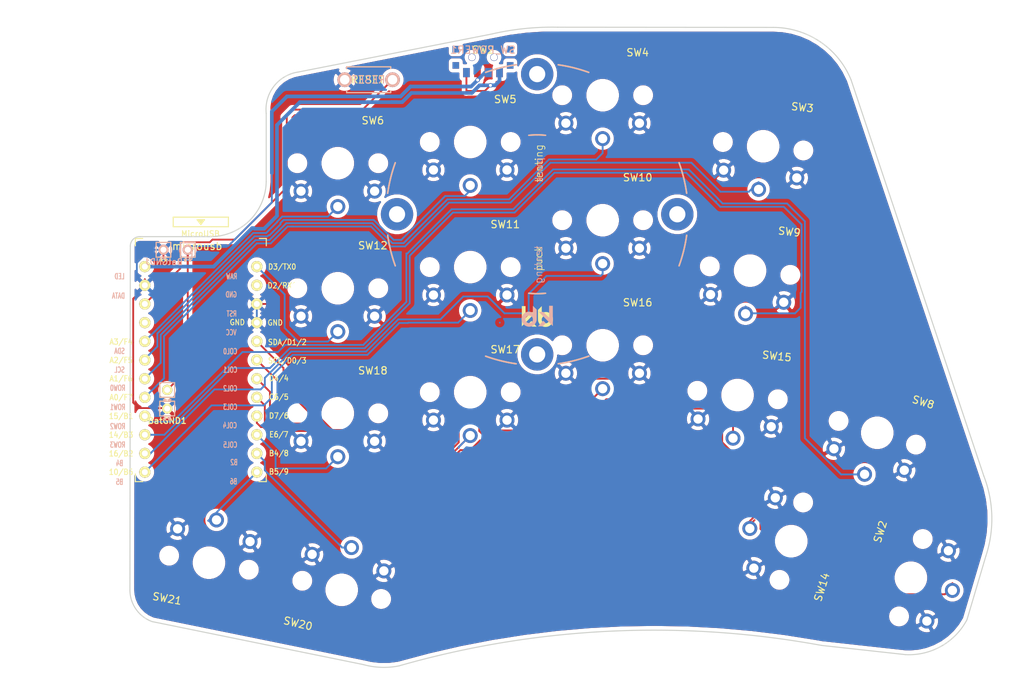
<source format=kicad_pcb>
(kicad_pcb (version 20171130) (host pcbnew 5.1.10)
  (title_block (title hypergolic) (date 2020-12-26) (rev 0.1) (company broomlabs))
  (layers (0 F.Cu signal) (31 B.Cu signal) (34 B.Paste user) (35 F.Paste user) (36 B.SilkS user hide) (37 F.SilkS user) (38 B.Mask user) (39 F.Mask user) (44 Edge.Cuts user))
  (net 0 "")
  (net 1 reset)
  (net 2 BT+)
  (net 3 gnd)
  (net 4 vcc)
  (net 5 Switch18)
  (net 6 Switch1)
  (net 7 Switch2)
  (net 8 Switch3)
  (net 9 Switch4)
  (net 10 Switch5)
  (net 11 Switch6)
  (net 12 Switch7)
  (net 13 Switch8)
  (net 14 Switch9)
  (net 15 Switch10)
  (net 16 Switch11)
  (net 17 Switch12)
  (net 18 Switch13)
  (net 19 Switch14)
  (net 20 Switch15)
  (net 21 Switch16)
  (net 22 Switch17)
  (net 23 "Net-(SW_POWER1-Pad1)")
  (net 24 raw)
  (module kbd:1pin_conn (layer F.Cu) (at 36.068 74.422)
    (fp_text reference BatGND1 (at 0 1.651) (layer F.SilkS) (effects (font (size 0.8128 0.8128))))
    (fp_text value MountingHole_Pad hide)
    (fp_text user ** (at 0 1.651) (layer B.SilkS) (effects (font (size 0.8128 0.8128)) (justify mirror)))
    (pad 1 thru_hole circle (at 0 0) (size 1.397 1.397) (drill 0.8128) (layers *.Cu *.Mask F.SilkS) (net 3 gnd))
  )
  (module kbd:1pin_conn (layer B.Cu) (at 35.56 52.832 180)
    (fp_text reference BatGND1 (at 0 -1.651) (layer B.SilkS) (effects (font (size 0.8128 0.8128)) (justify mirror)))
    (fp_text value MountingHole_Pad hide)
    (fp_text user ** (at 0 -1.651) (layer F.SilkS) (effects (font (size 0.8128 0.8128))))
    (pad 1 thru_hole circle (at 0 0 180) (size 1.397 1.397) (drill 0.8128) (layers *.Cu *.Mask B.SilkS) (net 3 gnd))
  )
  (module kbd:1pin_conn (layer B.Cu) (at 38.862 52.832 180)
    (fp_text reference ** (at 0 -1.651) (layer B.SilkS) (effects (font (size 0.8128 0.8128)) (justify mirror)))
    (fp_text value Val** hide)
    (fp_text user ** (at 0 -1.651) (layer F.SilkS) (effects (font (size 0.8128 0.8128))))
    (pad 1 thru_hole circle (at 0 0 180) (size 1.397 1.397) (drill 0.8128) (layers *.Cu *.Mask B.SilkS) (net 2 BT+))
  )
  (module kbd:1pin_conn (layer F.Cu) (at 36.068 71.882)
    (fp_text reference ** (at 0 1.651) (layer F.SilkS) (effects (font (size 0.8128 0.8128))))
    (fp_text value Val** hide)
    (fp_text user ** (at 0 1.651) (layer B.SilkS) (effects (font (size 0.8128 0.8128)) (justify mirror)))
    (pad 1 thru_hole circle (at 0 0) (size 1.397 1.397) (drill 0.8128) (layers *.Cu *.Mask F.SilkS) (net 2 BT+))
  )
  (module Kailh:SW_PG1350_rev_DPB2 (layer B.Cu) (at 41.747512 95.368043 350)
    (fp_text reference SW21 hide)
    (fp_text value SW_Push hide)
    (fp_text user %R (at -4.76 5.8 170) (layer F.SilkS))
    (pad 2 thru_hole circle (at 5 -3.8 350) (size 2.032 2.032) (drill 1.27) (layers *.Cu *.Mask) (net 3 gnd))
    (pad "" np_thru_hole circle (at 0 0 350) (size 3.429 3.429) (drill 3.429) (layers *.Cu *.Mask))
    (pad 2 thru_hole circle (at -5 -3.8 350) (size 2.032 2.032) (drill 1.27) (layers *.Cu *.Mask) (net 3 gnd))
    (pad 1 thru_hole circle (at 0 -5.9 350) (size 2.032 2.032) (drill 1.27) (layers *.Cu *.Mask) (net 22 Switch17))
    (pad "" np_thru_hole circle (at 5.5 0 350) (size 1.7018 1.7018) (drill 1.7018) (layers *.Cu *.Mask))
    (pad "" np_thru_hole circle (at -5.5 0 350) (size 1.7018 1.7018) (drill 1.7018) (layers *.Cu *.Mask))
  )
  (module kbd:ProMicro_DPB (layer F.Cu) (at 40.64 69.596)
    (fp_text reference U1 hide)
    (fp_text value ProMicro-kbd hide)
    (fp_text user MicroUSB (at -0.05 -18.95) (layer F.SilkS) (effects (font (size 0.75 0.75) (thickness 0.12))))
    (fp_text user B4/8 (at 10.605 10.9 unlocked) (layer F.SilkS) (effects (font (size 0.75 0.67) (thickness 0.125))))
    (fp_text user D2/RX1 (at 11.055 -11.9 unlocked) (layer F.SilkS) (effects (font (size 0.75 0.67) (thickness 0.125))))
    (fp_text user B5/9 (at 10.605 13.4 unlocked) (layer F.SilkS) (effects (font (size 0.75 0.67) (thickness 0.125))))
    (fp_text user C6/5 (at 10.605 3.25 unlocked) (layer F.SilkS) (effects (font (size 0.75 0.67) (thickness 0.125))))
    (fp_text user SCL/D0/3 (at 11.755 -1.7 unlocked) (layer F.SilkS) (effects (font (size 0.75 0.67) (thickness 0.125))))
    (fp_text user SDA/D1/2 (at 11.755 -4.2 unlocked) (layer F.SilkS) (effects (font (size 0.75 0.67) (thickness 0.125))))
    (fp_text user D4/4 (at 10.605 0.7 unlocked) (layer F.SilkS) (effects (font (size 0.75 0.67) (thickness 0.125))))
    (fp_text user D3/TX0 (at 11.055 -14.45 unlocked) (layer F.SilkS) (effects (font (size 0.75 0.67) (thickness 0.125))))
    (fp_text user GND (at 4.955 -6.9 unlocked) (layer F.SilkS) (effects (font (size 0.75 0.67) (thickness 0.125))))
    (fp_text user GND (at 10.105 -6.85 unlocked) (layer F.SilkS) (effects (font (size 0.75 0.67) (thickness 0.125))))
    (fp_text user D7/6 (at 10.605 5.8 unlocked) (layer F.SilkS) (effects (font (size 0.75 0.67) (thickness 0.125))))
    (fp_text user E6/7 (at 10.605 8.35 unlocked) (layer F.SilkS) (effects (font (size 0.75 0.67) (thickness 0.125))))
    (fp_text user 16/B2 (at -10.845 10.95 unlocked) (layer F.SilkS) (effects (font (size 0.75 0.67) (thickness 0.125))))
    (fp_text user 10/B6 (at -10.845 13.45 unlocked) (layer F.SilkS) (effects (font (size 0.75 0.67) (thickness 0.125))))
    (fp_text user 14/B3 (at -10.845 8.4 unlocked) (layer F.SilkS) (effects (font (size 0.75 0.67) (thickness 0.125))))
    (fp_text user 15/B1 (at -10.845 5.85 unlocked) (layer F.SilkS) (effects (font (size 0.75 0.67) (thickness 0.125))))
    (fp_text user A0/F7 (at -10.845 3.3 unlocked) (layer F.SilkS) (effects (font (size 0.75 0.67) (thickness 0.125))))
    (fp_text user A1/F6 (at -10.845 0.75 unlocked) (layer F.SilkS) (effects (font (size 0.75 0.67) (thickness 0.125))))
    (fp_text user A2/F5 (at -10.845 -1.75 unlocked) (layer F.SilkS) (effects (font (size 0.75 0.67) (thickness 0.125))))
    (fp_text user A3/F4 (at -10.845 -4.25 unlocked) (layer F.SilkS) (effects (font (size 0.75 0.67) (thickness 0.125))))
    (fp_text user VCC (at 4.1275 -5.5245 unlocked) (layer B.SilkS) (effects (font (size 0.75 0.5) (thickness 0.125)) (justify mirror)))
    (fp_text user RST (at 4.191 -8.0645 unlocked) (layer B.SilkS) (effects (font (size 0.75 0.5) (thickness 0.125)) (justify mirror)))
    (fp_text user GND (at 4.1275 -10.668 unlocked) (layer B.SilkS) (effects (font (size 0.75 0.5) (thickness 0.125)) (justify mirror)))
    (fp_text user RAW (at 4.191 -13.1445 unlocked) (layer B.SilkS) (effects (font (size 0.75 0.5) (thickness 0.125)) (justify mirror)))
    (fp_text user "" (at -0.545 -17.4) (layer F.SilkS))
    (fp_text user "" (at -1.2515 -16.256) (layer B.SilkS) (effects (justify mirror)))
    (fp_text user ROW1 (at -11.3 4.6355) (layer B.SilkS) (effects (font (size 0.75 0.5) (thickness 0.125)) (justify mirror)))
    (fp_text user COL4 (at 3.95 7.112) (layer B.SilkS) (effects (font (size 0.75 0.5) (thickness 0.125)) (justify mirror)))
    (fp_text user ROW2 (at -11.3 7.239) (layer B.SilkS) (effects (font (size 0.75 0.5) (thickness 0.125)) (justify mirror)))
    (fp_text user COL5 (at 4 9.75) (layer B.SilkS) (effects (font (size 0.75 0.5) (thickness 0.125)) (justify mirror)))
    (fp_text user ROW3 (at -11.3 9.75) (layer B.SilkS) (effects (font (size 0.75 0.5) (thickness 0.125)) (justify mirror)))
    (fp_text user B2 (at 4.5085 12.1285) (layer B.SilkS) (effects (font (size 0.75 0.5) (thickness 0.125)) (justify mirror)))
    (fp_text user B4 (at -11.049 12.2555) (layer B.SilkS) (effects (font (size 0.75 0.5) (thickness 0.125)) (justify mirror)))
    (fp_text user B5 (at -11.049 14.7955) (layer B.SilkS) (effects (font (size 0.75 0.5) (thickness 0.125)) (justify mirror)))
    (fp_text user B6 (at 4.445 14.732) (layer B.SilkS) (effects (font (size 0.75 0.5) (thickness 0.125)) (justify mirror)))
    (fp_text user COL0 (at 4 -2.95) (layer B.SilkS) (effects (font (size 0.75 0.5) (thickness 0.125)) (justify mirror)))
    (fp_text user SDA (at -11.049 -2.9845) (layer B.SilkS) (effects (font (size 0.75 0.5) (thickness 0.125)) (justify mirror)))
    (fp_text user COL1 (at 4 -0.4445) (layer B.SilkS) (effects (font (size 0.75 0.5) (thickness 0.125)) (justify mirror)))
    (fp_text user SCL (at -11.049 -0.4445) (layer B.SilkS) (effects (font (size 0.75 0.5) (thickness 0.125)) (justify mirror)))
    (fp_text user COL2 (at 4 2.1) (layer B.SilkS) (effects (font (size 0.75 0.5) (thickness 0.125)) (justify mirror)))
    (fp_text user ROW0 (at -11.3 2.032) (layer B.SilkS) (effects (font (size 0.75 0.5) (thickness 0.125)) (justify mirror)))
    (fp_text user COL3 (at 4 4.6) (layer B.SilkS) (effects (font (size 0.75 0.5) (thickness 0.125)) (justify mirror)))
    (fp_text user DATA (at -11.2 -10.5) (layer B.SilkS) (effects (font (size 0.75 0.5) (thickness 0.125)) (justify mirror)))
    (fp_text user LED (at -11.049 -13.1445) (layer B.SilkS) (effects (font (size 0.75 0.5) (thickness 0.125)) (justify mirror)))
    (fp_text user | (at -1.2065 -16.256) (layer B.SilkS) (effects (justify mirror)))
    (fp_text user microusb (at -0.5 -17.25) (layer F.SilkS))
    (pad 1 thru_hole circle (at 7.6114 -14.478) (size 1.524 1.524) (drill 0.8128) (layers *.Cu *.Mask F.SilkS) (net 15 Switch10))
    (pad 2 thru_hole circle (at 7.6114 -11.938) (size 1.524 1.524) (drill 0.8128) (layers *.Cu *.Mask F.SilkS) (net 5 Switch18))
    (pad 3 thru_hole circle (at 7.6114 -9.398) (size 1.524 1.524) (drill 0.8128) (layers *.Cu *.Mask F.SilkS) (net 3 gnd))
    (pad 4 thru_hole circle (at 7.6114 -6.858) (size 1.524 1.524) (drill 0.8128) (layers *.Cu *.Mask F.SilkS) (net 3 gnd))
    (pad 5 thru_hole circle (at 7.6114 -4.318) (size 1.524 1.524) (drill 0.8128) (layers *.Cu *.Mask F.SilkS) (net 16 Switch11))
    (pad 6 thru_hole circle (at 7.6114 -1.778) (size 1.524 1.524) (drill 0.8128) (layers *.Cu *.Mask F.SilkS) (net 17 Switch12))
    (pad 7 thru_hole circle (at 7.6114 0.762) (size 1.524 1.524) (drill 0.8128) (layers *.Cu *.Mask F.SilkS) (net 18 Switch13))
    (pad 8 thru_hole circle (at 7.6114 3.302) (size 1.524 1.524) (drill 0.8128) (layers *.Cu *.Mask F.SilkS) (net 19 Switch14))
    (pad 9 thru_hole circle (at 7.6114 5.842) (size 1.524 1.524) (drill 0.8128) (layers *.Cu *.Mask F.SilkS) (net 6 Switch1))
    (pad 10 thru_hole circle (at 7.6114 8.382) (size 1.524 1.524) (drill 0.8128) (layers *.Cu *.Mask F.SilkS) (net 20 Switch15))
    (pad 11 thru_hole circle (at 7.6114 10.922) (size 1.524 1.524) (drill 0.8128) (layers *.Cu *.Mask F.SilkS) (net 21 Switch16))
    (pad 12 thru_hole circle (at 7.6114 13.462) (size 1.524 1.524) (drill 0.8128) (layers *.Cu *.Mask F.SilkS) (net 22 Switch17))
    (pad 13 thru_hole circle (at -7.6086 13.462) (size 1.524 1.524) (drill 0.8128) (layers *.Cu *.Mask F.SilkS) (net 14 Switch9))
    (pad 14 thru_hole circle (at -7.6086 10.922) (size 1.524 1.524) (drill 0.8128) (layers *.Cu *.Mask F.SilkS) (net 13 Switch8))
    (pad 15 thru_hole circle (at -7.6086 8.382) (size 1.524 1.524) (drill 0.8128) (layers *.Cu *.Mask F.SilkS) (net 12 Switch7))
    (pad 16 thru_hole circle (at -7.6086 5.842) (size 1.524 1.524) (drill 0.8128) (layers *.Cu *.Mask F.SilkS) (net 11 Switch6))
    (pad 17 thru_hole circle (at -7.6086 3.302) (size 1.524 1.524) (drill 0.8128) (layers *.Cu *.Mask F.SilkS) (net 7 Switch2))
    (pad 18 thru_hole circle (at -7.6086 0.762) (size 1.524 1.524) (drill 0.8128) (layers *.Cu *.Mask F.SilkS) (net 8 Switch3))
    (pad 19 thru_hole circle (at -7.6086 -1.778) (size 1.524 1.524) (drill 0.8128) (layers *.Cu *.Mask F.SilkS) (net 9 Switch4))
    (pad 20 thru_hole circle (at -7.6086 -4.318) (size 1.524 1.524) (drill 0.8128) (layers *.Cu *.Mask F.SilkS) (net 10 Switch5))
    (pad 21 thru_hole circle (at -7.6086 -6.858) (size 1.524 1.524) (drill 0.8128) (layers *.Cu *.Mask F.SilkS) (net 4 vcc))
    (pad 22 thru_hole circle (at -7.6086 -9.398) (size 1.524 1.524) (drill 0.8128) (layers *.Cu *.Mask F.SilkS) (net 1 reset))
    (pad 23 thru_hole circle (at -7.6086 -11.938) (size 1.524 1.524) (drill 0.8128) (layers *.Cu *.Mask F.SilkS) (net 3 gnd))
    (pad 24 thru_hole circle (at -7.6086 -14.478) (size 1.524 1.524) (drill 0.8128) (layers *.Cu *.Mask F.SilkS) (net 24 raw))
  )
  (module Kailh:SW_PG1350_rev_DPB2 (layer B.Cu) (at 77.26 72.189 180)
    (fp_text reference SW17 hide)
    (fp_text value SW_Push hide)
    (fp_text user %R (at -4.76 5.8) (layer F.SilkS))
    (pad 2 thru_hole circle (at 5 -3.8 180) (size 2.032 2.032) (drill 1.27) (layers *.Cu *.Mask) (net 3 gnd))
    (pad "" np_thru_hole circle (at 0 0 180) (size 3.429 3.429) (drill 3.429) (layers *.Cu *.Mask))
    (pad 2 thru_hole circle (at -5 -3.8 180) (size 2.032 2.032) (drill 1.27) (layers *.Cu *.Mask) (net 3 gnd))
    (pad 1 thru_hole circle (at 0 -5.9 180) (size 2.032 2.032) (drill 1.27) (layers *.Cu *.Mask) (net 19 Switch14))
    (pad "" np_thru_hole circle (at 5.5 0 180) (size 1.7018 1.7018) (drill 1.7018) (layers *.Cu *.Mask))
    (pad "" np_thru_hole circle (at -5.5 0 180) (size 1.7018 1.7018) (drill 1.7018) (layers *.Cu *.Mask))
  )
  (module Kailh:SW_PG1350_rev_DPB2 (layer B.Cu) (at 59.26 58.064 180)
    (fp_text reference SW12 hide)
    (fp_text value SW_Push hide)
    (fp_text user %R (at -4.76 5.8) (layer F.SilkS))
    (pad 2 thru_hole circle (at 5 -3.8 180) (size 2.032 2.032) (drill 1.27) (layers *.Cu *.Mask) (net 3 gnd))
    (pad "" np_thru_hole circle (at 0 0 180) (size 3.429 3.429) (drill 3.429) (layers *.Cu *.Mask))
    (pad 2 thru_hole circle (at -5 -3.8 180) (size 2.032 2.032) (drill 1.27) (layers *.Cu *.Mask) (net 3 gnd))
    (pad 1 thru_hole circle (at 0 -5.9 180) (size 2.032 2.032) (drill 1.27) (layers *.Cu *.Mask) (net 15 Switch10))
    (pad "" np_thru_hole circle (at 5.5 0 180) (size 1.7018 1.7018) (drill 1.7018) (layers *.Cu *.Mask))
    (pad "" np_thru_hole circle (at -5.5 0 180) (size 1.7018 1.7018) (drill 1.7018) (layers *.Cu *.Mask))
  )
  (module Kailh:SW_PG1350_rev_DPB2 (layer B.Cu) (at 59.26 75.064 180)
    (fp_text reference SW18 hide)
    (fp_text value SW_Push hide)
    (fp_text user %R (at -4.76 5.8) (layer F.SilkS))
    (pad 2 thru_hole circle (at 5 -3.8 180) (size 2.032 2.032) (drill 1.27) (layers *.Cu *.Mask) (net 3 gnd))
    (pad "" np_thru_hole circle (at 0 0 180) (size 3.429 3.429) (drill 3.429) (layers *.Cu *.Mask))
    (pad 2 thru_hole circle (at -5 -3.8 180) (size 2.032 2.032) (drill 1.27) (layers *.Cu *.Mask) (net 3 gnd))
    (pad 1 thru_hole circle (at 0 -5.9 180) (size 2.032 2.032) (drill 1.27) (layers *.Cu *.Mask) (net 20 Switch15))
    (pad "" np_thru_hole circle (at 5.5 0 180) (size 1.7018 1.7018) (drill 1.7018) (layers *.Cu *.Mask))
    (pad "" np_thru_hole circle (at -5.5 0 180) (size 1.7018 1.7018) (drill 1.7018) (layers *.Cu *.Mask))
  )
  (module Kailh:SW_PG1350_rev_DPB2 (layer B.Cu) (at 117.073725 38.758733 174)
    (fp_text reference SW3 hide)
    (fp_text value SW_Push hide)
    (fp_text user %R (at -4.76 5.8 354) (layer F.SilkS))
    (pad 2 thru_hole circle (at 5 -3.8 174) (size 2.032 2.032) (drill 1.27) (layers *.Cu *.Mask) (net 3 gnd))
    (pad "" np_thru_hole circle (at 0 0 174) (size 3.429 3.429) (drill 3.429) (layers *.Cu *.Mask))
    (pad 2 thru_hole circle (at -5 -3.8 174) (size 2.032 2.032) (drill 1.27) (layers *.Cu *.Mask) (net 3 gnd))
    (pad 1 thru_hole circle (at 0 -5.9 174) (size 2.032 2.032) (drill 1.27) (layers *.Cu *.Mask) (net 7 Switch2))
    (pad "" np_thru_hole circle (at 5.5 0 174) (size 1.7018 1.7018) (drill 1.7018) (layers *.Cu *.Mask))
    (pad "" np_thru_hole circle (at -5.5 0 174) (size 1.7018 1.7018) (drill 1.7018) (layers *.Cu *.Mask))
  )
  (module Kailh:SW_PG1350_rev_DPB2 (layer B.Cu) (at 59.79 99.06 347)
    (fp_text reference SW20 hide)
    (fp_text value SW_Push hide)
    (fp_text user %R (at -4.76 5.8 347) (layer F.SilkS))
    (pad 2 thru_hole circle (at 5 -3.8 347) (size 2.032 2.032) (drill 1.27) (layers *.Cu *.Mask) (net 3 gnd))
    (pad "" np_thru_hole circle (at 0 0 347) (size 3.429 3.429) (drill 3.429) (layers *.Cu *.Mask))
    (pad 2 thru_hole circle (at -5 -3.8 347) (size 2.032 2.032) (drill 1.27) (layers *.Cu *.Mask) (net 3 gnd))
    (pad 1 thru_hole circle (at 0 -5.9 347) (size 2.032 2.032) (drill 1.27) (layers *.Cu *.Mask) (net 21 Switch16))
    (pad "" np_thru_hole circle (at 5.5 0 347) (size 1.7018 1.7018) (drill 1.7018) (layers *.Cu *.Mask))
    (pad "" np_thru_hole circle (at -5.5 0 347) (size 1.7018 1.7018) (drill 1.7018) (layers *.Cu *.Mask))
  )
  (module Kailh:SW_PG1350_rev_DPB2 (layer B.Cu) (at 95.26 65.814 180)
    (fp_text reference SW16 hide)
    (fp_text value SW_Push hide)
    (fp_text user %R (at -4.76 5.8) (layer F.SilkS))
    (pad 2 thru_hole circle (at 5 -3.8 180) (size 2.032 2.032) (drill 1.27) (layers *.Cu *.Mask) (net 3 gnd))
    (pad "" np_thru_hole circle (at 0 0 180) (size 3.429 3.429) (drill 3.429) (layers *.Cu *.Mask))
    (pad 2 thru_hole circle (at -5 -3.8 180) (size 2.032 2.032) (drill 1.27) (layers *.Cu *.Mask) (net 3 gnd))
    (pad 1 thru_hole circle (at 0 -5.9 180) (size 2.032 2.032) (drill 1.27) (layers *.Cu *.Mask) (net 18 Switch13))
    (pad "" np_thru_hole circle (at 5.5 0 180) (size 1.7018 1.7018) (drill 1.7018) (layers *.Cu *.Mask))
    (pad "" np_thru_hole circle (at -5.5 0 180) (size 1.7018 1.7018) (drill 1.7018) (layers *.Cu *.Mask))
  )
  (module Kailh:SW_PG1350_rev_DPB2 (layer B.Cu) (at 113.599306 72.577387 174)
    (fp_text reference SW15 hide)
    (fp_text value SW_Push hide)
    (fp_text user %R (at -4.76 5.8 354) (layer F.SilkS))
    (pad 2 thru_hole circle (at 5 -3.8 174) (size 2.032 2.032) (drill 1.27) (layers *.Cu *.Mask) (net 3 gnd))
    (pad "" np_thru_hole circle (at 0 0 174) (size 3.429 3.429) (drill 3.429) (layers *.Cu *.Mask))
    (pad 2 thru_hole circle (at -5 -3.8 174) (size 2.032 2.032) (drill 1.27) (layers *.Cu *.Mask) (net 3 gnd))
    (pad 1 thru_hole circle (at 0 -5.9 174) (size 2.032 2.032) (drill 1.27) (layers *.Cu *.Mask) (net 17 Switch12))
    (pad "" np_thru_hole circle (at 5.5 0 174) (size 1.7018 1.7018) (drill 1.7018) (layers *.Cu *.Mask))
    (pad "" np_thru_hole circle (at -5.5 0 174) (size 1.7018 1.7018) (drill 1.7018) (layers *.Cu *.Mask))
  )
  (module Kailh:SW_PG1350_rev_DPB2 (layer B.Cu) (at 77.26 55.184 180)
    (fp_text reference SW11 hide)
    (fp_text value SW_Push hide)
    (fp_text user %R (at -4.76 5.8) (layer F.SilkS))
    (pad 2 thru_hole circle (at 5 -3.8 180) (size 2.032 2.032) (drill 1.27) (layers *.Cu *.Mask) (net 3 gnd))
    (pad "" np_thru_hole circle (at 0 0 180) (size 3.429 3.429) (drill 3.429) (layers *.Cu *.Mask))
    (pad 2 thru_hole circle (at -5 -3.8 180) (size 2.032 2.032) (drill 1.27) (layers *.Cu *.Mask) (net 3 gnd))
    (pad 1 thru_hole circle (at 0 -5.9 180) (size 2.032 2.032) (drill 1.27) (layers *.Cu *.Mask) (net 14 Switch9))
    (pad "" np_thru_hole circle (at 5.5 0 180) (size 1.7018 1.7018) (drill 1.7018) (layers *.Cu *.Mask))
    (pad "" np_thru_hole circle (at -5.5 0 180) (size 1.7018 1.7018) (drill 1.7018) (layers *.Cu *.Mask))
  )
  (module Kailh:SW_PG1350_rev_DPB2 (layer B.Cu) (at 95.26 48.814 180)
    (fp_text reference SW10 hide)
    (fp_text value SW_Push hide)
    (fp_text user %R (at -4.76 5.8) (layer F.SilkS))
    (pad 2 thru_hole circle (at 5 -3.8 180) (size 2.032 2.032) (drill 1.27) (layers *.Cu *.Mask) (net 3 gnd))
    (pad "" np_thru_hole circle (at 0 0 180) (size 3.429 3.429) (drill 3.429) (layers *.Cu *.Mask))
    (pad 2 thru_hole circle (at -5 -3.8 180) (size 2.032 2.032) (drill 1.27) (layers *.Cu *.Mask) (net 3 gnd))
    (pad 1 thru_hole circle (at 0 -5.9 180) (size 2.032 2.032) (drill 1.27) (layers *.Cu *.Mask) (net 13 Switch8))
    (pad "" np_thru_hole circle (at 5.5 0 180) (size 1.7018 1.7018) (drill 1.7018) (layers *.Cu *.Mask))
    (pad "" np_thru_hole circle (at -5.5 0 180) (size 1.7018 1.7018) (drill 1.7018) (layers *.Cu *.Mask))
  )
  (module Kailh:SW_PG1350_rev_DPB2 (layer B.Cu) (at 115.296801 55.665619 174)
    (fp_text reference SW9 hide)
    (fp_text value SW_Push hide)
    (fp_text user %R (at -4.76 5.8 354) (layer F.SilkS))
    (pad 2 thru_hole circle (at 5 -3.8 174) (size 2.032 2.032) (drill 1.27) (layers *.Cu *.Mask) (net 3 gnd))
    (pad "" np_thru_hole circle (at 0 0 174) (size 3.429 3.429) (drill 3.429) (layers *.Cu *.Mask))
    (pad 2 thru_hole circle (at -5 -3.8 174) (size 2.032 2.032) (drill 1.27) (layers *.Cu *.Mask) (net 3 gnd))
    (pad 1 thru_hole circle (at 0 -5.9 174) (size 2.032 2.032) (drill 1.27) (layers *.Cu *.Mask) (net 12 Switch7))
    (pad "" np_thru_hole circle (at 5.5 0 174) (size 1.7018 1.7018) (drill 1.7018) (layers *.Cu *.Mask))
    (pad "" np_thru_hole circle (at -5.5 0 174) (size 1.7018 1.7018) (drill 1.7018) (layers *.Cu *.Mask))
  )
  (module Kailh:SW_PG1350_rev_DPB2 (layer B.Cu) (at 77.26 38.184 180)
    (fp_text reference SW5 hide)
    (fp_text value SW_Push hide)
    (fp_text user %R (at -4.76 5.8) (layer F.SilkS))
    (pad 2 thru_hole circle (at 5 -3.8 180) (size 2.032 2.032) (drill 1.27) (layers *.Cu *.Mask) (net 3 gnd))
    (pad "" np_thru_hole circle (at 0 0 180) (size 3.429 3.429) (drill 3.429) (layers *.Cu *.Mask))
    (pad 2 thru_hole circle (at -5 -3.8 180) (size 2.032 2.032) (drill 1.27) (layers *.Cu *.Mask) (net 3 gnd))
    (pad 1 thru_hole circle (at 0 -5.9 180) (size 2.032 2.032) (drill 1.27) (layers *.Cu *.Mask) (net 9 Switch4))
    (pad "" np_thru_hole circle (at 5.5 0 180) (size 1.7018 1.7018) (drill 1.7018) (layers *.Cu *.Mask))
    (pad "" np_thru_hole circle (at -5.5 0 180) (size 1.7018 1.7018) (drill 1.7018) (layers *.Cu *.Mask))
  )
  (module Kailh:SW_PG1350_rev_DPB2 (layer B.Cu) (at 95.26 31.824 180)
    (fp_text reference SW4 hide)
    (fp_text value SW_Push hide)
    (fp_text user %R (at -4.76 5.8) (layer F.SilkS))
    (pad 2 thru_hole circle (at 5 -3.8 180) (size 2.032 2.032) (drill 1.27) (layers *.Cu *.Mask) (net 3 gnd))
    (pad "" np_thru_hole circle (at 0 0 180) (size 3.429 3.429) (drill 3.429) (layers *.Cu *.Mask))
    (pad 2 thru_hole circle (at -5 -3.8 180) (size 2.032 2.032) (drill 1.27) (layers *.Cu *.Mask) (net 3 gnd))
    (pad 1 thru_hole circle (at 0 -5.9 180) (size 2.032 2.032) (drill 1.27) (layers *.Cu *.Mask) (net 8 Switch3))
    (pad "" np_thru_hole circle (at 5.5 0 180) (size 1.7018 1.7018) (drill 1.7018) (layers *.Cu *.Mask))
    (pad "" np_thru_hole circle (at -5.5 0 180) (size 1.7018 1.7018) (drill 1.7018) (layers *.Cu *.Mask))
  )
  (module Kailh:SW_PG1350_rev_DPB2 (layer B.Cu) (at 59.26 41.064 180)
    (fp_text reference SW6 hide)
    (fp_text value SW_Push hide)
    (fp_text user %R (at -4.76 5.8) (layer F.SilkS))
    (pad 2 thru_hole circle (at 5 -3.8 180) (size 2.032 2.032) (drill 1.27) (layers *.Cu *.Mask) (net 3 gnd))
    (pad "" np_thru_hole circle (at 0 0 180) (size 3.429 3.429) (drill 3.429) (layers *.Cu *.Mask))
    (pad 2 thru_hole circle (at -5 -3.8 180) (size 2.032 2.032) (drill 1.27) (layers *.Cu *.Mask) (net 3 gnd))
    (pad 1 thru_hole circle (at 0 -5.9 180) (size 2.032 2.032) (drill 1.27) (layers *.Cu *.Mask) (net 10 Switch5))
    (pad "" np_thru_hole circle (at 5.5 0 180) (size 1.7018 1.7018) (drill 1.7018) (layers *.Cu *.Mask))
    (pad "" np_thru_hole circle (at -5.5 0 180) (size 1.7018 1.7018) (drill 1.7018) (layers *.Cu *.Mask))
  )
  (module Kailh:SW_PG1350_rev_DPB2 (layer B.Cu) (at 120.904 92.44 73)
    (fp_text reference SW14 hide)
    (fp_text value SW_Push hide)
    (fp_text user %R (at -4.760001 5.8 253) (layer F.SilkS))
    (pad 2 thru_hole circle (at 5 -3.8 73) (size 2.032 2.032) (drill 1.27) (layers *.Cu *.Mask) (net 3 gnd))
    (pad "" np_thru_hole circle (at 0 0 73) (size 3.429 3.429) (drill 3.429) (layers *.Cu *.Mask))
    (pad 2 thru_hole circle (at -5 -3.8 73) (size 2.032 2.032) (drill 1.27) (layers *.Cu *.Mask) (net 3 gnd))
    (pad 1 thru_hole circle (at 0 -5.9 73) (size 2.032 2.032) (drill 1.27) (layers *.Cu *.Mask) (net 6 Switch1))
    (pad "" np_thru_hole circle (at 5.5 0 73) (size 1.7018 1.7018) (drill 1.7018) (layers *.Cu *.Mask))
    (pad "" np_thru_hole circle (at -5.5 0 73) (size 1.7018 1.7018) (drill 1.7018) (layers *.Cu *.Mask))
  )
  (module Kailh:SW_PG1350_rev_DPB2 (layer B.Cu) (at 132.588 77.708 163)
    (fp_text reference SW8 hide)
    (fp_text value SW_Push hide)
    (fp_text user %R (at -4.760001 5.8 343) (layer F.SilkS))
    (pad 2 thru_hole circle (at 5 -3.8 163) (size 2.032 2.032) (drill 1.27) (layers *.Cu *.Mask) (net 3 gnd))
    (pad "" np_thru_hole circle (at 0 0 163) (size 3.429 3.429) (drill 3.429) (layers *.Cu *.Mask))
    (pad 2 thru_hole circle (at -5 -3.8 163) (size 2.032 2.032) (drill 1.27) (layers *.Cu *.Mask) (net 3 gnd))
    (pad 1 thru_hole circle (at 0 -5.9 163) (size 2.032 2.032) (drill 1.27) (layers *.Cu *.Mask) (net 11 Switch6))
    (pad "" np_thru_hole circle (at 5.5 0 163) (size 1.7018 1.7018) (drill 1.7018) (layers *.Cu *.Mask))
    (pad "" np_thru_hole circle (at -5.5 0 163) (size 1.7018 1.7018) (drill 1.7018) (layers *.Cu *.Mask))
  )
  (module Kailh:SW_PG1350_rev_DPB2 (layer B.Cu) (at 137.16 97.41 253)
    (fp_text reference SW2 hide)
    (fp_text value SW_Push hide)
    (fp_text user %R (at -4.760001 5.8 253) (layer F.SilkS))
    (pad 2 thru_hole circle (at 5 -3.8 253) (size 2.032 2.032) (drill 1.27) (layers *.Cu *.Mask) (net 3 gnd))
    (pad "" np_thru_hole circle (at 0 0 253) (size 3.429 3.429) (drill 3.429) (layers *.Cu *.Mask))
    (pad 2 thru_hole circle (at -5 -3.8 253) (size 2.032 2.032) (drill 1.27) (layers *.Cu *.Mask) (net 3 gnd))
    (pad 1 thru_hole circle (at 0 -5.9 253) (size 2.032 2.032) (drill 1.27) (layers *.Cu *.Mask) (net 16 Switch11))
    (pad "" np_thru_hole circle (at 5.5 0 253) (size 1.7018 1.7018) (drill 1.7018) (layers *.Cu *.Mask))
    (pad "" np_thru_hole circle (at -5.5 0 253) (size 1.7018 1.7018) (drill 1.7018) (layers *.Cu *.Mask))
  )
  (module kbd:Tenting_Puck2 (layer B.Cu) (at 86.36 48.006 180)
    (fp_text reference REF**)
    (fp_text value "Tenting Puck")
    (fp_text user tenting (at -0.1905 -6.858 270) (layer B.SilkS) (effects (font (thickness 0.1)) (justify mirror)))
    (fp_text user puck (at -0.254 6.0325 270) (layer B.SilkS) (effects (font (thickness 0.1)) (justify mirror)))
    (fp_text user tenting (at -0.254 6.9215 270) (layer F.SilkS) (effects (font (thickness 0.1))))
    (fp_text user puck (at -0.1905 -6.0325 90 unlocked) (layer F.SilkS) (effects (font (thickness 0.1))))
    (pad 1 thru_hole circle (at 0 19.05 180) (size 4.4 4.4) (drill 2.2) (layers *.Cu *.Mask))
    (pad 1 thru_hole circle (at 19.05 0 180) (size 4.4 4.4) (drill 2.2) (layers *.Cu *.Mask))
    (pad 1 thru_hole circle (at 0 -19.05 180) (size 4.4 4.4) (drill 2.2) (layers *.Cu *.Mask))
    (pad 1 thru_hole circle (at -19.05 0 180) (size 4.4 4.4) (drill 2.2) (layers *.Cu *.Mask))
  )
  (module Kailh:SPDT_C128955r (layer F.Cu) (at 78.994 26.67)
    (fp_text reference SW2 (at 0 -1) (layer F.SilkS))
    (fp_text value SW_SPDT)
    (pad 2 smd rect (at -0.75 2.075) (size 0.9 1.25) (layers F.Cu F.Paste F.Mask) (net 2 BT+))
    (pad 3 smd rect (at -2.25 2.075) (size 0.9 1.25) (layers F.Cu F.Paste F.Mask) (net 24 raw))
    (pad 1 smd rect (at 2.25 2.075) (size 0.9 1.25) (layers F.Cu F.Paste F.Mask))
    (pad 0 smd rect (at 3.7 -1.1) (size 0.9 0.9) (layers F.Cu F.Paste F.Mask))
    (pad 0 smd rect (at 3.7 1.1) (size 0.9 0.9) (layers F.Cu F.Paste F.Mask))
    (pad 0 smd rect (at -3.7 1.1) (size 0.9 0.9) (layers F.Cu F.Paste F.Mask))
    (pad 0 smd rect (at -3.7 -1.1) (size 0.9 0.9) (layers F.Cu F.Paste F.Mask))
  )
  (module Kailh:SPDT_C128955 (layer B.Cu) (at 78.994 26.67 180)
    (fp_text reference SW_POWER1 (at 0 1) (layer B.SilkS) (effects (justify mirror)))
    (fp_text value SW_SPDT)
    (pad 0 smd rect (at -3.7 1.1 180) (size 0.9 0.9) (layers B.Cu B.Paste B.Mask))
    (pad 0 smd rect (at -3.7 -1.1 180) (size 0.9 0.9) (layers B.Cu B.Paste B.Mask))
    (pad 0 smd rect (at 3.7 -1.1 180) (size 0.9 0.9) (layers B.Cu B.Paste B.Mask))
    (pad 0 smd rect (at 3.7 1.1 180) (size 0.9 0.9) (layers B.Cu B.Paste B.Mask))
    (pad 1 smd rect (at 2.25 -2.075 180) (size 0.9 1.25) (layers B.Cu B.Paste B.Mask) (net 23 "Net-(SW_POWER1-Pad1)"))
    (pad 3 smd rect (at -2.25 -2.075 180) (size 0.9 1.25) (layers B.Cu B.Paste B.Mask) (net 24 raw))
    (pad 2 smd rect (at -0.75 -2.075 180) (size 0.9 1.25) (layers B.Cu B.Paste B.Mask) (net 2 BT+))
    (pad "" np_thru_hole circle (at -1.5 0 180) (size 1 1) (drill 0.9) (layers *.Cu *.Mask))
    (pad "" np_thru_hole circle (at 1.5 0 180) (size 1 1) (drill 0.9) (layers *.Cu *.Mask))
  )
  (module kbd:ResetSW (layer B.Cu) (at 63.448 29.718 180)
    (fp_text reference RSW1 hide)
    (fp_text value SW_Push)
    (fp_text user RESET (at 0 0) (layer B.SilkS) (effects (justify mirror)))
    (fp_text user RESET (at 0.127 0) (layer F.SilkS))
    (pad 2 thru_hole circle (at -3.25 0 180) (size 2 2) (drill 1.3) (layers *.Cu *.Mask B.SilkS) (net 1 reset))
    (pad 1 thru_hole circle (at 3.25 0 180) (size 2 2) (drill 1.3) (layers *.Cu *.Mask B.SilkS) (net 3 gnd))
  )
  (gr_arc (start 102.239419 230.687414) (end 125.021493 106.61303) (angle -26.36587981) (layer Edge.Cuts) (width 0.15))
  (gr_arc (start 32.32832 52.314) (end 31.05832 52.324) (angle 94.05555909) (layer Edge.Cuts) (width 0.15))
  (gr_line (start 32.408164 51.046473) (end 41.656141 51.049771) (angle 90) (layer Edge.Cuts) (width 0.15))
  (gr_arc (start 65.532 99.06) (end 62.738 109.22) (angle -26.41717464) (layer Edge.Cuts) (width 0.15))
  (gr_line (start 62.738 109.22) (end 34.036 103.378) (layer Edge.Cuts) (width 0.15))
  (gr_arc (start 35.572354 99.075905) (end 34.036 103.378) (angle 70.54625375) (layer Edge.Cuts) (width 0.15))
  (gr_arc (start 88.368079 58.96879) (end 80.226393 23.495399) (angle 14.16454563) (layer Edge.Cuts) (width 0.15))
  (gr_line (start 89.154528 22.581567) (end 118.436998 22.606) (angle 90) (layer Edge.Cuts) (width 0.15))
  (gr_line (start 136.396962 107.862854) (end 125.021493 106.61303) (layer Edge.Cuts) (width 0.15))
  (gr_arc (start 41.91 43.43261) (end 49.53 43.578151) (angle 90.81459567) (layer Edge.Cuts) (width 0.15))
  (gr_arc (start 54.627507 33.74391) (end 49.53 34.29) (angle 87.32605082) (layer Edge.Cuts) (width 0.15))
  (gr_arc (start 136.898097 98.965133) (end 144.78 103.124) (angle 65.40533319) (layer Edge.Cuts) (width 0.15))
  (gr_line (start 129.032 29.747547) (end 147.066 83.566) (angle 90) (layer Edge.Cuts) (width 0.15))
  (gr_arc (start 132.043964 89.411611) (end 147.066 83.566) (angle 39.54760018) (layer Edge.Cuts) (width 0.15))
  (gr_line (start 49.53 43.578151) (end 49.53 34.29) (angle 90) (layer Edge.Cuts) (width 0.15))
  (gr_arc (start 118.436998 34.036) (end 118.436998 22.606) (angle 67.96377306) (layer Edge.Cuts) (width 0.15))
  (gr_line (start 147.349406 94.468901) (end 144.78 103.124) (angle 90) (layer Edge.Cuts) (width 0.15))
  (gr_line (start 31.004187 99.060055) (end 31.05832 52.324) (angle 90) (layer Edge.Cuts) (width 0.15))
  (gr_line (start 53.844201 28.67743) (end 80.226393 23.495399) (angle 90) (layer Edge.Cuts) (width 0.15))
  (segment (start 81.28 62.738) (end 81.279998 62.737998) (width 0.25) (layer B.Cu) (net 0))
  (segment (start 62.634 33.782) (end 53.086 33.782) (width 0.25) (layer F.Cu) (net 1))
  (segment (start 66.698 29.718) (end 62.634 33.782) (width 0.25) (layer F.Cu) (net 1))
  (segment (start 52.324 34.544) (end 52.085047 34.782953) (width 0.25) (layer F.Cu) (net 1))
  (segment (start 53.086 33.782) (end 52.324 34.544) (width 0.25) (layer F.Cu) (net 1))
  (segment (start 45.23926 51.451556) (end 52.324 44.366816) (width 0.25) (layer F.Cu) (net 1))
  (segment (start 42.218848 51.451556) (end 45.23926 51.451556) (width 0.25) (layer F.Cu) (net 1))
  (segment (start 41.861905 51.808499) (end 42.218848 51.451556) (width 0.25) (layer F.Cu) (net 1))
  (segment (start 52.324 38.1) (end 52.324 34.544) (width 0.25) (layer F.Cu) (net 1))
  (segment (start 52.324 44.366816) (end 52.324 38.1) (width 0.25) (layer F.Cu) (net 1))
  (segment (start 52.324 38.524816) (end 52.324 38.1) (width 0.25) (layer F.Cu) (net 1))
  (segment (start 37.838499 51.808499) (end 41.861905 51.808499) (width 0.25) (layer F.Cu) (net 1))
  (segment (start 37.838499 51.808499) (end 37.838499 51.823501) (width 0.25) (layer F.Cu) (net 1))
  (segment (start 37.838499 55.390901) (end 33.0314 60.198) (width 0.25) (layer F.Cu) (net 1))
  (segment (start 37.838499 51.808499) (end 37.838499 55.390901) (width 0.25) (layer F.Cu) (net 1))
  (segment (start 79.273666 28.745) (end 79.744 28.745) (width 0.5) (layer B.Cu) (net 2))
  (segment (start 77.377333 30.641333) (end 78.266333 29.752333) (width 0.5) (layer B.Cu) (net 2))
  (segment (start 69.140647 30.641333) (end 77.377333 30.641333) (width 0.5) (layer B.Cu) (net 2))
  (segment (start 52.34401 31.98399) (end 67.79799 31.98399) (width 0.5) (layer B.Cu) (net 2))
  (segment (start 50.292 34.036) (end 52.34401 31.98399) (width 0.5) (layer B.Cu) (net 2))
  (segment (start 67.79799 31.98399) (end 69.140647 30.641333) (width 0.5) (layer B.Cu) (net 2))
  (segment (start 50.292 42.418) (end 50.292 34.036) (width 0.5) (layer B.Cu) (net 2))
  (segment (start 78.266333 29.752333) (end 79.273666 28.745) (width 0.5) (layer B.Cu) (net 2))
  (via (at 78.266333 29.752333) (size 0.6) (drill 0.4) (layers F.Cu B.Cu) (net 2))
  (segment (start 78.266333 28.767333) (end 78.244 28.745) (width 0.25) (layer F.Cu) (net 2))
  (segment (start 78.266333 29.752333) (end 78.266333 28.767333) (width 0.25) (layer F.Cu) (net 2))
  (segment (start 50.292 46.398727) (end 50.292 42.418) (width 0.25) (layer B.Cu) (net 2))
  (segment (start 47.37463 49.316097) (end 50.292 46.398727) (width 0.25) (layer B.Cu) (net 2))
  (segment (start 47.366931 49.316097) (end 47.37463 49.316097) (width 0.25) (layer B.Cu) (net 2))
  (segment (start 44.359028 52.324) (end 47.366931 49.316097) (width 0.25) (layer B.Cu) (net 2))
  (segment (start 44.096451 52.324) (end 44.359028 52.324) (width 0.25) (layer B.Cu) (net 2))
  (segment (start 39.37 52.324) (end 38.862 52.832) (width 0.25) (layer B.Cu) (net 2))
  (segment (start 42.672 52.324) (end 39.37 52.324) (width 0.25) (layer B.Cu) (net 2))
  (segment (start 42.164 52.324) (end 42.672 52.324) (width 0.5) (layer B.Cu) (net 2))
  (segment (start 42.672 52.324) (end 44.096451 52.324) (width 0.5) (layer B.Cu) (net 2))
  (segment (start 38.862 52.832) (end 38.862 55.118) (width 0.25) (layer F.Cu) (net 2))
  (segment (start 38.862 69.088) (end 36.068 71.882) (width 0.25) (layer F.Cu) (net 2))
  (segment (start 38.862 52.832) (end 38.862 69.088) (width 0.25) (layer F.Cu) (net 2))
  (segment (start 31.944399 54.596239) (end 31.944399 56.570999) (width 0.25) (layer B.Cu) (net 3))
  (segment (start 31.944399 56.570999) (end 33.0314 57.658) (width 0.25) (layer B.Cu) (net 3))
  (segment (start 33.708638 52.832) (end 31.944399 54.596239) (width 0.25) (layer B.Cu) (net 3))
  (segment (start 35.306 52.832) (end 33.708638 52.832) (width 0.25) (layer B.Cu) (net 3))
  (segment (start 48.2514 60.198) (end 48.2514 62.738) (width 0.25) (layer B.Cu) (net 3))
  (segment (start 52.594 60.198) (end 54.26 61.864) (width 0.25) (layer F.Cu) (net 3))
  (segment (start 48.2514 60.198) (end 52.594 60.198) (width 0.25) (layer F.Cu) (net 3))
  (segment (start 33.0314 57.658) (end 33.0314 56.833414) (width 0.25) (layer F.Cu) (net 3))
  (segment (start 35.56 55.1294) (end 33.0314 57.658) (width 0.25) (layer F.Cu) (net 3))
  (segment (start 35.56 52.832) (end 35.56 55.1294) (width 0.25) (layer F.Cu) (net 3))
  (segment (start 32.269401 58.662599) (end 31.447785 59.484215) (width 0.25) (layer F.Cu) (net 3))
  (segment (start 32.269401 58.419999) (end 32.269401 58.662599) (width 0.25) (layer F.Cu) (net 3))
  (segment (start 33.0314 57.658) (end 32.269401 58.419999) (width 0.25) (layer F.Cu) (net 3))
  (segment (start 31.447785 59.484215) (end 31.447785 73.611785) (width 0.25) (layer F.Cu) (net 3))
  (segment (start 35.996999 74.350999) (end 36.068 74.422) (width 0.25) (layer F.Cu) (net 3))
  (segment (start 32.186999 74.350999) (end 35.996999 74.350999) (width 0.25) (layer F.Cu) (net 3))
  (segment (start 31.447785 73.611785) (end 32.186999 74.350999) (width 0.25) (layer F.Cu) (net 3))
  (segment (start 115.908439 89.57637) (end 115.261802 90.223007) (width 0.25) (layer F.Cu) (net 6))
  (segment (start 48.2514 76.369238) (end 48.2514 75.438) (width 0.25) (layer F.Cu) (net 6))
  (segment (start 48.806081 76.923919) (end 48.2514 76.369238) (width 0.25) (layer F.Cu) (net 6))
  (segment (start 55.62318 77.47961) (end 55.62318 77.47) (width 0.25) (layer F.Cu) (net 6))
  (segment (start 56.51359 78.37002) (end 55.62318 77.47961) (width 0.25) (layer F.Cu) (net 6))
  (segment (start 57.404 79.248) (end 56.52602 78.37002) (width 0.25) (layer F.Cu) (net 6))
  (segment (start 49.109509 76.923919) (end 48.806081 76.923919) (width 0.25) (layer F.Cu) (net 6))
  (segment (start 60.706 79.248) (end 57.404 79.248) (width 0.25) (layer F.Cu) (net 6))
  (segment (start 49.65559 77.47) (end 49.109509 76.923919) (width 0.25) (layer F.Cu) (net 6))
  (segment (start 60.706 80.264) (end 60.706 79.248) (width 0.25) (layer F.Cu) (net 6))
  (segment (start 115.261802 89.715007) (end 115.908439 89.06837) (width 0.25) (layer F.Cu) (net 6))
  (segment (start 115.908439 89.06837) (end 115.908439 81.872439) (width 0.25) (layer F.Cu) (net 6))
  (segment (start 115.908439 81.872439) (end 114.3 80.264) (width 0.25) (layer F.Cu) (net 6))
  (segment (start 56.52602 78.37002) (end 56.51359 78.37002) (width 0.25) (layer F.Cu) (net 6))
  (segment (start 90.28598 74.30602) (end 85.852 78.74) (width 0.25) (layer F.Cu) (net 6))
  (segment (start 114.3 80.264) (end 112.776 80.264) (width 0.25) (layer F.Cu) (net 6))
  (segment (start 95.758 73.152) (end 94.60398 74.30602) (width 0.25) (layer F.Cu) (net 6))
  (segment (start 94.60398 74.30602) (end 90.28598 74.30602) (width 0.25) (layer F.Cu) (net 6))
  (segment (start 55.62318 77.47) (end 49.65559 77.47) (width 0.25) (layer F.Cu) (net 6))
  (segment (start 63.754 83.312) (end 60.706 80.264) (width 0.25) (layer F.Cu) (net 6))
  (segment (start 85.852 78.74) (end 78.593682 78.74) (width 0.25) (layer F.Cu) (net 6))
  (segment (start 77.269841 80.063841) (end 75.921569 80.063841) (width 0.25) (layer F.Cu) (net 6))
  (segment (start 78.593682 78.74) (end 77.269841 80.063841) (width 0.25) (layer F.Cu) (net 6))
  (segment (start 72.44799 83.25401) (end 72.39 83.312) (width 0.25) (layer F.Cu) (net 6))
  (segment (start 72.7314 83.25401) (end 72.44799 83.25401) (width 0.25) (layer F.Cu) (net 6))
  (segment (start 75.921569 80.063841) (end 72.7314 83.25401) (width 0.25) (layer F.Cu) (net 6))
  (segment (start 72.39 83.312) (end 63.754 83.312) (width 0.25) (layer F.Cu) (net 6))
  (segment (start 112.776 80.264) (end 111.506 78.994) (width 0.25) (layer F.Cu) (net 6))
  (segment (start 104.394 73.152) (end 104.394 73.66) (width 0.25) (layer F.Cu) (net 6))
  (segment (start 104.394 73.152) (end 95.758 73.152) (width 0.25) (layer F.Cu) (net 6))
  (segment (start 104.394 73.66) (end 105.156 74.422) (width 0.25) (layer F.Cu) (net 6))
  (segment (start 110.236 74.422) (end 111.506 75.692) (width 0.25) (layer F.Cu) (net 6))
  (segment (start 105.156 74.422) (end 110.236 74.422) (width 0.25) (layer F.Cu) (net 6))
  (segment (start 111.506 75.692) (end 111.506 78.994) (width 0.25) (layer F.Cu) (net 6))
  (segment (start 53.197175 49.672825) (end 52.943175 49.672825) (width 0.25) (layer B.Cu) (net 7))
  (segment (start 111.268172 44.941828) (end 115.141591 44.941828) (width 0.25) (layer B.Cu) (net 7))
  (segment (start 107.326368 41.000024) (end 111.268172 44.941828) (width 0.25) (layer B.Cu) (net 7))
  (segment (start 115.141591 44.941828) (end 116.457007 43.626412) (width 0.25) (layer B.Cu) (net 7))
  (segment (start 88.160386 41.000024) (end 107.326368 41.000024) (width 0.25) (layer B.Cu) (net 7))
  (segment (start 82.7364 46.42401) (end 88.160386 41.000024) (width 0.25) (layer B.Cu) (net 7))
  (segment (start 66.4804 52.38199) (end 68.39078 52.38199) (width 0.25) (layer B.Cu) (net 7))
  (segment (start 63.771236 49.672826) (end 66.4804 52.38199) (width 0.25) (layer B.Cu) (net 7))
  (segment (start 74.34876 46.42401) (end 82.7364 46.42401) (width 0.25) (layer B.Cu) (net 7))
  (segment (start 68.39078 52.38199) (end 74.34876 46.42401) (width 0.25) (layer B.Cu) (net 7))
  (segment (start 53.197175 49.672825) (end 63.771236 49.672826) (width 0.25) (layer B.Cu) (net 7))
  (segment (start 35.635225 70.294175) (end 33.0314 72.898) (width 0.25) (layer B.Cu) (net 7))
  (segment (start 35.635225 64.583405) (end 35.635225 70.294175) (width 0.25) (layer B.Cu) (net 7))
  (segment (start 48.25465 51.96398) (end 35.635225 64.583405) (width 0.25) (layer B.Cu) (net 7))
  (segment (start 50.14684 51.96398) (end 48.25465 51.96398) (width 0.25) (layer B.Cu) (net 7))
  (segment (start 52.437995 49.672825) (end 50.14684 51.96398) (width 0.25) (layer B.Cu) (net 7))
  (segment (start 53.197175 49.672825) (end 52.437995 49.672825) (width 0.25) (layer B.Cu) (net 7))
  (segment (start 35.185215 68.204185) (end 33.0314 70.358) (width 0.25) (layer B.Cu) (net 8))
  (segment (start 35.185215 64.397005) (end 35.185215 68.204185) (width 0.25) (layer B.Cu) (net 8))
  (segment (start 95.26 37.724) (end 95.26 39.688028) (width 0.25) (layer B.Cu) (net 8))
  (segment (start 95.26 39.688028) (end 94.398014 40.550014) (width 0.25) (layer B.Cu) (net 8))
  (segment (start 94.398014 40.550014) (end 87.973986 40.550014) (width 0.25) (layer B.Cu) (net 8))
  (segment (start 66.6668 51.93198) (end 63.957637 49.222817) (width 0.25) (layer B.Cu) (net 8))
  (segment (start 62.791185 49.222815) (end 52.251595 49.222815) (width 0.25) (layer B.Cu) (net 8))
  (segment (start 87.973986 40.550014) (end 82.55 45.974) (width 0.25) (layer B.Cu) (net 8))
  (segment (start 68.20438 51.93198) (end 66.6668 51.93198) (width 0.25) (layer B.Cu) (net 8))
  (segment (start 52.251595 49.222815) (end 49.96044 51.51397) (width 0.25) (layer B.Cu) (net 8))
  (segment (start 49.96044 51.51397) (end 48.06825 51.51397) (width 0.25) (layer B.Cu) (net 8))
  (segment (start 74.16236 45.974) (end 68.20438 51.93198) (width 0.25) (layer B.Cu) (net 8))
  (segment (start 63.957637 49.222817) (end 62.791185 49.222815) (width 0.25) (layer B.Cu) (net 8))
  (segment (start 82.55 45.974) (end 74.16236 45.974) (width 0.25) (layer B.Cu) (net 8))
  (segment (start 48.06825 51.51397) (end 35.185215 64.397005) (width 0.25) (layer B.Cu) (net 8))
  (segment (start 34.735205 64.210605) (end 34.735205 65.977205) (width 0.25) (layer B.Cu) (net 9))
  (segment (start 49.7107 51.00171) (end 47.9441 51.00171) (width 0.25) (layer B.Cu) (net 9))
  (segment (start 77.26 44.084) (end 77.26 44.77598) (width 0.25) (layer B.Cu) (net 9))
  (segment (start 51.473209 49.192577) (end 51.473209 49.364791) (width 0.25) (layer B.Cu) (net 9))
  (segment (start 77.26 44.77598) (end 76.51199 45.52399) (width 0.25) (layer B.Cu) (net 9))
  (segment (start 76.51199 45.52399) (end 73.85601 45.52399) (width 0.25) (layer B.Cu) (net 9))
  (segment (start 51.473209 49.364791) (end 49.97431 50.86369) (width 0.25) (layer B.Cu) (net 9))
  (segment (start 67.89803 51.48197) (end 66.8532 51.48197) (width 0.25) (layer B.Cu) (net 9))
  (segment (start 66.8532 51.48197) (end 64.144038 48.772808) (width 0.25) (layer B.Cu) (net 9))
  (segment (start 64.144038 48.772808) (end 62.733195 48.772805) (width 0.25) (layer B.Cu) (net 9))
  (segment (start 34.735205 65.977205) (end 33.0314 67.68101) (width 0.25) (layer B.Cu) (net 9))
  (segment (start 73.85601 45.52399) (end 67.89803 51.48197) (width 0.25) (layer B.Cu) (net 9))
  (segment (start 62.733195 48.772805) (end 51.892981 48.772805) (width 0.25) (layer B.Cu) (net 9))
  (segment (start 51.892981 48.772805) (end 51.473209 49.192577) (width 0.25) (layer B.Cu) (net 9))
  (segment (start 49.97431 50.86369) (end 49.84872 50.86369) (width 0.25) (layer B.Cu) (net 9))
  (segment (start 33.0314 67.68101) (end 33.0314 67.818) (width 0.25) (layer B.Cu) (net 9))
  (segment (start 47.9441 51.00171) (end 34.735205 64.210605) (width 0.25) (layer B.Cu) (net 9))
  (segment (start 49.84872 50.86369) (end 49.7107 51.00171) (width 0.25) (layer B.Cu) (net 9))
  (segment (start 57.901205 48.322795) (end 51.706581 48.322795) (width 0.25) (layer B.Cu) (net 10))
  (segment (start 59.26 46.964) (end 57.901205 48.322795) (width 0.25) (layer B.Cu) (net 10))
  (segment (start 51.0232 49.006176) (end 51.0232 49.0528) (width 0.25) (layer B.Cu) (net 10))
  (segment (start 51.0232 49.0528) (end 49.5243 50.5517) (width 0.25) (layer B.Cu) (net 10))
  (segment (start 51.706581 48.322795) (end 51.0232 49.006176) (width 0.25) (layer B.Cu) (net 10))
  (segment (start 47.7577 50.5517) (end 33.0314 65.278) (width 0.25) (layer B.Cu) (net 10))
  (segment (start 49.5243 50.5517) (end 47.7577 50.5517) (width 0.25) (layer B.Cu) (net 10))
  (segment (start 63.955283 64.53901) (end 64.374146 64.120146) (width 0.25) (layer B.Cu) (net 11))
  (segment (start 36.830001 76.199999) (end 33.793399 76.199999) (width 0.25) (layer B.Cu) (net 11))
  (segment (start 46.299001 66.730999) (end 36.830001 76.199999) (width 0.25) (layer B.Cu) (net 11))
  (segment (start 51.125001 66.730999) (end 46.299001 66.730999) (width 0.25) (layer B.Cu) (net 11))
  (segment (start 33.793399 76.199999) (end 33.0314 75.438) (width 0.25) (layer B.Cu) (net 11))
  (segment (start 52.092038 65.763962) (end 51.125001 66.730999) (width 0.25) (layer B.Cu) (net 11))
  (segment (start 62.73033 65.763962) (end 52.092038 65.763962) (width 0.25) (layer B.Cu) (net 11))
  (segment (start 64.374146 64.120146) (end 62.73033 65.763962) (width 0.25) (layer B.Cu) (net 11))
  (segment (start 122.75101 78.444328) (end 127.67288 83.366198) (width 0.25) (layer B.Cu) (net 11))
  (segment (start 122.75101 78.16299) (end 122.75101 78.444328) (width 0.25) (layer B.Cu) (net 11))
  (segment (start 122.75101 78.16299) (end 122.75101 78.30101) (width 0.25) (layer B.Cu) (net 11))
  (segment (start 130.863007 82.350198) (end 129.847007 83.366198) (width 0.25) (layer B.Cu) (net 11))
  (segment (start 129.847007 83.366198) (end 128.977802 83.366198) (width 0.25) (layer B.Cu) (net 11))
  (segment (start 127.67288 83.366198) (end 128.977802 83.366198) (width 0.25) (layer B.Cu) (net 11))
  (segment (start 120.32558 46.53999) (end 122.75101 48.96542) (width 0.25) (layer B.Cu) (net 11))
  (segment (start 111.564688 46.53999) (end 120.32558 46.53999) (width 0.25) (layer B.Cu) (net 11))
  (segment (start 106.963524 41.91) (end 110.895372 45.841846) (width 0.25) (layer B.Cu) (net 11))
  (segment (start 88.52323 41.91) (end 106.963524 41.91) (width 0.25) (layer B.Cu) (net 11))
  (segment (start 110.895372 45.841846) (end 110.895372 45.870674) (width 0.25) (layer B.Cu) (net 11))
  (segment (start 74.721561 47.324029) (end 83.109201 47.324029) (width 0.25) (layer B.Cu) (net 11))
  (segment (start 110.895372 45.870674) (end 111.564688 46.53999) (width 0.25) (layer B.Cu) (net 11))
  (segment (start 83.109201 47.324029) (end 88.52323 41.91) (width 0.25) (layer B.Cu) (net 11))
  (segment (start 68.70559 53.34) (end 74.721561 47.324029) (width 0.25) (layer B.Cu) (net 11))
  (segment (start 68.58 53.34) (end 68.70559 53.34) (width 0.25) (layer B.Cu) (net 11))
  (segment (start 68.58 59.914293) (end 68.58 53.34) (width 0.25) (layer B.Cu) (net 11))
  (segment (start 122.75101 48.96542) (end 122.75101 78.16299) (width 0.25) (layer B.Cu) (net 11))
  (segment (start 64.374146 64.120146) (end 68.58 59.914293) (width 0.25) (layer B.Cu) (net 11))
  (segment (start 62.916731 66.213971) (end 52.73774 66.213972) (width 0.25) (layer B.Cu) (net 12))
  (segment (start 74.907962 47.774038) (end 69.03001 53.65199) (width 0.25) (layer B.Cu) (net 12))
  (segment (start 69.03001 53.65199) (end 69.030009 60.100694) (width 0.25) (layer B.Cu) (net 12))
  (segment (start 114.680083 60.533298) (end 115.316 61.169215) (width 0.25) (layer B.Cu) (net 12))
  (segment (start 122.174 58.674) (end 122.301 58.547) (width 0.25) (layer B.Cu) (net 12))
  (segment (start 106.62201 42.36001) (end 88.70963 42.36001) (width 0.25) (layer B.Cu) (net 12))
  (segment (start 115.316 61.468) (end 121.412 61.468) (width 0.25) (layer B.Cu) (net 12))
  (segment (start 122.174 60.706) (end 122.174 58.674) (width 0.25) (layer B.Cu) (net 12))
  (segment (start 69.030009 60.100694) (end 62.916731 66.213971) (width 0.25) (layer B.Cu) (net 12))
  (segment (start 122.301 58.547) (end 122.301 49.403) (width 0.25) (layer B.Cu) (net 12))
  (segment (start 121.412 61.468) (end 122.174 60.706) (width 0.25) (layer B.Cu) (net 12))
  (segment (start 110.553856 46.291856) (end 106.62201 42.36001) (width 0.25) (layer B.Cu) (net 12))
  (segment (start 115.316 61.169215) (end 115.316 61.468) (width 0.25) (layer B.Cu) (net 12))
  (segment (start 88.70963 42.36001) (end 83.2956 47.774038) (width 0.25) (layer B.Cu) (net 12))
  (segment (start 83.2956 47.774038) (end 74.907962 47.774038) (width 0.25) (layer B.Cu) (net 12))
  (segment (start 44.761409 68.905001) (end 35.68841 77.978) (width 0.25) (layer B.Cu) (net 12))
  (segment (start 50.046711 68.905001) (end 44.761409 68.905001) (width 0.25) (layer B.Cu) (net 12))
  (segment (start 35.68841 77.978) (end 33.0314 77.978) (width 0.25) (layer B.Cu) (net 12))
  (segment (start 52.73774 66.213972) (end 50.046711 68.905001) (width 0.25) (layer B.Cu) (net 12))
  (segment (start 110.680144 46.291856) (end 110.680144 46.418144) (width 0.25) (layer B.Cu) (net 12))
  (segment (start 110.680144 46.291856) (end 110.553856 46.291856) (width 0.25) (layer B.Cu) (net 12))
  (segment (start 111.252 46.99) (end 119.888 46.99) (width 0.25) (layer B.Cu) (net 12))
  (segment (start 110.680144 46.418144) (end 111.252 46.99) (width 0.25) (layer B.Cu) (net 12))
  (segment (start 122.301 49.403) (end 119.888 46.99) (width 0.25) (layer B.Cu) (net 12))
  (segment (start 63.103129 66.663981) (end 52.924141 66.663981) (width 0.25) (layer B.Cu) (net 13))
  (segment (start 95.26 54.714) (end 95.26 56.124) (width 0.25) (layer B.Cu) (net 13))
  (segment (start 94.996 56.388) (end 87.63 56.388) (width 0.25) (layer B.Cu) (net 13))
  (segment (start 87.63 56.388) (end 85.207391 58.810609) (width 0.25) (layer B.Cu) (net 13))
  (segment (start 79.633226 59.182) (end 76.315978 59.182) (width 0.25) (layer B.Cu) (net 13))
  (segment (start 67.479123 62.287989) (end 63.103129 66.663981) (width 0.25) (layer B.Cu) (net 13))
  (segment (start 85.09 61.46518) (end 81.916406 61.46518) (width 0.25) (layer B.Cu) (net 13))
  (segment (start 81.916406 61.46518) (end 79.633226 59.182) (width 0.25) (layer B.Cu) (net 13))
  (segment (start 95.26 56.124) (end 94.996 56.388) (width 0.25) (layer B.Cu) (net 13))
  (segment (start 76.315978 59.182) (end 73.209989 62.287989) (width 0.25) (layer B.Cu) (net 13))
  (segment (start 85.207391 58.810609) (end 85.207391 59.318609) (width 0.25) (layer B.Cu) (net 13))
  (segment (start 73.209989 62.287989) (end 67.479123 62.287989) (width 0.25) (layer B.Cu) (net 13))
  (segment (start 85.207391 61.347789) (end 85.09 61.46518) (width 0.25) (layer B.Cu) (net 13))
  (segment (start 85.207391 58.810609) (end 85.207391 61.347789) (width 0.25) (layer B.Cu) (net 13))
  (segment (start 42.491821 71.810999) (end 33.78482 80.518) (width 0.25) (layer B.Cu) (net 13))
  (segment (start 48.773161 71.810999) (end 42.491821 71.810999) (width 0.25) (layer B.Cu) (net 13))
  (segment (start 33.78482 80.518) (end 33.0314 80.518) (width 0.25) (layer B.Cu) (net 13))
  (segment (start 49.338401 71.245759) (end 48.773161 71.810999) (width 0.25) (layer B.Cu) (net 13))
  (segment (start 49.338401 70.249721) (end 49.338401 71.245759) (width 0.25) (layer B.Cu) (net 13))
  (segment (start 52.924141 66.663981) (end 49.338401 70.249721) (width 0.25) (layer B.Cu) (net 13))
  (segment (start 77.26 61.084) (end 75.606001 62.737999) (width 0.25) (layer B.Cu) (net 14))
  (segment (start 75.606001 62.737999) (end 75.183999 62.737999) (width 0.25) (layer B.Cu) (net 14))
  (segment (start 75.183999 62.737999) (end 68.834001 62.737999) (width 0.25) (layer B.Cu) (net 14))
  (segment (start 68.834001 62.737999) (end 68.788044 62.783956) (width 0.25) (layer B.Cu) (net 14))
  (segment (start 68.788044 62.783956) (end 67.619566 62.783956) (width 0.25) (layer B.Cu) (net 14))
  (segment (start 67.619566 62.783956) (end 63.28953 67.11399) (width 0.25) (layer B.Cu) (net 14))
  (segment (start 63.28953 67.11399) (end 53.129761 67.113991) (width 0.25) (layer B.Cu) (net 14))
  (segment (start 42.104399 73.985001) (end 49.204999 73.985001) (width 0.25) (layer B.Cu) (net 14))
  (segment (start 33.0314 83.058) (end 42.104399 73.985001) (width 0.25) (layer B.Cu) (net 14))
  (segment (start 50.292 69.951752) (end 52.501876 67.741876) (width 0.25) (layer B.Cu) (net 14))
  (segment (start 50.292 72.898) (end 50.292 69.951752) (width 0.25) (layer B.Cu) (net 14))
  (segment (start 49.204999 73.985001) (end 50.292 72.898) (width 0.25) (layer B.Cu) (net 14))
  (segment (start 52.501876 67.741876) (end 52.243071 68.000681) (width 0.25) (layer B.Cu) (net 14))
  (segment (start 53.129761 67.113991) (end 52.501876 67.741876) (width 0.25) (layer B.Cu) (net 14))
  (segment (start 57.910048 65.313952) (end 57.622048 65.313952) (width 0.25) (layer B.Cu) (net 15))
  (segment (start 59.26 63.964) (end 57.910048 65.313952) (width 0.25) (layer B.Cu) (net 15))
  (segment (start 48.2514 55.118) (end 52.034048 58.900648) (width 0.25) (layer B.Cu) (net 15))
  (segment (start 53.883952 65.313952) (end 57.910048 65.313952) (width 0.25) (layer B.Cu) (net 15))
  (segment (start 52.034048 62.448048) (end 52.034048 63.464048) (width 0.25) (layer B.Cu) (net 15))
  (segment (start 52.034048 63.464048) (end 53.883952 65.313952) (width 0.25) (layer B.Cu) (net 15))
  (segment (start 52.034048 58.900648) (end 52.034048 62.448048) (width 0.25) (layer B.Cu) (net 15))
  (segment (start 125.59653 99.658992) (end 141.786199 99.658992) (width 0.25) (layer F.Cu) (net 16))
  (segment (start 116.715645 89.278355) (end 116.715645 90.778107) (width 0.25) (layer F.Cu) (net 16))
  (segment (start 116.715645 89.278355) (end 116.715645 90.323893) (width 0.25) (layer F.Cu) (net 16))
  (segment (start 142.802198 98.642992) (end 142.312595 99.132595) (width 0.25) (layer F.Cu) (net 16))
  (segment (start 142.802198 98.134993) (end 142.802198 98.642992) (width 0.25) (layer F.Cu) (net 16))
  (segment (start 142.312595 99.132595) (end 142.802198 98.642993) (width 0.25) (layer F.Cu) (net 16))
  (segment (start 141.786199 99.658992) (end 142.312595 99.132595) (width 0.25) (layer F.Cu) (net 16))
  (segment (start 79.502 76.962) (end 79.92997 77.38997) (width 0.25) (layer F.Cu) (net 16))
  (segment (start 79.502 76.19718) (end 79.502 76.962) (width 0.25) (layer F.Cu) (net 16))
  (segment (start 51.875905 68.902505) (end 51.875905 70.698367) (width 0.25) (layer F.Cu) (net 16))
  (segment (start 51.875905 70.698367) (end 58.509519 77.331981) (width 0.25) (layer F.Cu) (net 16))
  (segment (start 62.56544 79.5778) (end 64.38362 81.39598) (width 0.25) (layer F.Cu) (net 16))
  (segment (start 76.0812 75.04598) (end 78.350801 75.045981) (width 0.25) (layer F.Cu) (net 16))
  (segment (start 74.733991 76.393189) (end 76.0812 75.04598) (width 0.25) (layer F.Cu) (net 16))
  (segment (start 61.712392 77.331982) (end 62.56544 78.18503) (width 0.25) (layer F.Cu) (net 16))
  (segment (start 58.509519 77.331981) (end 61.712392 77.331982) (width 0.25) (layer F.Cu) (net 16))
  (segment (start 64.38362 81.39598) (end 72.04379 81.39598) (width 0.25) (layer F.Cu) (net 16))
  (segment (start 62.56544 78.18503) (end 62.56544 79.5778) (width 0.25) (layer F.Cu) (net 16))
  (segment (start 78.350801 75.045981) (end 79.502 76.19718) (width 0.25) (layer F.Cu) (net 16))
  (segment (start 48.2514 65.278) (end 51.875905 68.902505) (width 0.25) (layer F.Cu) (net 16))
  (segment (start 74.73399 78.70578) (end 74.733991 76.393189) (width 0.25) (layer F.Cu) (net 16))
  (segment (start 72.04379 81.39598) (end 74.73399 78.70578) (width 0.25) (layer F.Cu) (net 16))
  (segment (start 79.92997 77.38997) (end 80.01 77.38997) (width 0.25) (layer F.Cu) (net 16))
  (segment (start 116.715645 80.393645) (end 116.715645 89.278355) (width 0.25) (layer F.Cu) (net 16))
  (segment (start 104.708811 72.193991) (end 105.97881 73.46399) (width 0.25) (layer F.Cu) (net 16))
  (segment (start 116.715645 79.628825) (end 116.715645 80.393645) (width 0.25) (layer F.Cu) (net 16))
  (segment (start 110.550811 73.463991) (end 116.715645 79.628825) (width 0.25) (layer F.Cu) (net 16))
  (segment (start 105.97881 73.46399) (end 110.550811 73.463991) (width 0.25) (layer F.Cu) (net 16))
  (segment (start 99.246401 72.193991) (end 104.708811 72.193991) (width 0.25) (layer F.Cu) (net 16))
  (segment (start 96.960401 69.907991) (end 99.246401 72.193991) (width 0.25) (layer F.Cu) (net 16))
  (segment (start 94.0476 69.90799) (end 96.960401 69.907991) (width 0.25) (layer F.Cu) (net 16))
  (segment (start 90.9996 72.95599) (end 94.0476 69.90799) (width 0.25) (layer F.Cu) (net 16))
  (segment (start 89.72678 72.95599) (end 90.9996 72.95599) (width 0.25) (layer F.Cu) (net 16))
  (segment (start 85.2928 77.38997) (end 89.72678 72.95599) (width 0.25) (layer F.Cu) (net 16))
  (segment (start 79.92997 77.38997) (end 85.2928 77.38997) (width 0.25) (layer F.Cu) (net 16))
  (segment (start 118.251769 92.314231) (end 118.251769 93.076231) (width 0.25) (layer F.Cu) (net 16))
  (segment (start 116.715645 90.778107) (end 118.251769 92.314231) (width 0.25) (layer F.Cu) (net 16))
  (segment (start 120.918769 95.743231) (end 121.680769 95.743231) (width 0.25) (layer F.Cu) (net 16))
  (segment (start 118.251769 93.076231) (end 120.918769 95.743231) (width 0.25) (layer F.Cu) (net 16))
  (segment (start 121.680769 95.743231) (end 125.59653 99.658992) (width 0.25) (layer F.Cu) (net 16))
  (segment (start 85.4792 77.83998) (end 89.91318 73.406) (width 0.25) (layer F.Cu) (net 17))
  (segment (start 79.49239 77.83998) (end 85.4792 77.83998) (width 0.25) (layer F.Cu) (net 17))
  (segment (start 78.994 76.454) (end 78.994 77.34159) (width 0.25) (layer F.Cu) (net 17))
  (segment (start 78.994 77.34159) (end 79.49239 77.83998) (width 0.25) (layer F.Cu) (net 17))
  (segment (start 78.93601 76.39601) (end 78.994 76.454) (width 0.25) (layer F.Cu) (net 17))
  (segment (start 57.84722 77.78199) (end 61.525991 77.781991) (width 0.25) (layer F.Cu) (net 17))
  (segment (start 105.79241 73.914) (end 110.36441 73.914) (width 0.25) (layer F.Cu) (net 17))
  (segment (start 75.184 76.57959) (end 76.2676 75.49599) (width 0.25) (layer F.Cu) (net 17))
  (segment (start 91.186 73.406) (end 94.234 70.358) (width 0.25) (layer F.Cu) (net 17))
  (segment (start 61.525991 77.781991) (end 62.11543 78.37143) (width 0.25) (layer F.Cu) (net 17))
  (segment (start 89.91318 73.406) (end 91.186 73.406) (width 0.25) (layer F.Cu) (net 17))
  (segment (start 48.2514 67.818) (end 56.579205 76.145805) (width 0.25) (layer F.Cu) (net 17))
  (segment (start 62.11543 79.7642) (end 64.19722 81.84599) (width 0.25) (layer F.Cu) (net 17))
  (segment (start 62.11543 78.37143) (end 62.11543 79.7642) (width 0.25) (layer F.Cu) (net 17))
  (segment (start 110.36441 73.914) (end 112.982588 76.532178) (width 0.25) (layer F.Cu) (net 17))
  (segment (start 94.234 70.358) (end 96.774 70.358) (width 0.25) (layer F.Cu) (net 17))
  (segment (start 64.19722 81.84599) (end 72.23019 81.84599) (width 0.25) (layer F.Cu) (net 17))
  (segment (start 112.982588 76.755412) (end 112.982588 77.445066) (width 0.25) (layer F.Cu) (net 17))
  (segment (start 56.579205 76.513975) (end 57.84722 77.78199) (width 0.25) (layer F.Cu) (net 17))
  (segment (start 72.23019 81.84599) (end 75.184 78.89218) (width 0.25) (layer F.Cu) (net 17))
  (segment (start 112.982588 76.532178) (end 112.982588 76.755412) (width 0.25) (layer F.Cu) (net 17))
  (segment (start 96.774 70.358) (end 99.11799 72.70199) (width 0.25) (layer F.Cu) (net 17))
  (segment (start 78.936009 76.267599) (end 78.93601 76.39601) (width 0.25) (layer F.Cu) (net 17))
  (segment (start 56.579205 76.145805) (end 56.579205 76.513975) (width 0.25) (layer F.Cu) (net 17))
  (segment (start 75.184 78.89218) (end 75.184 76.57959) (width 0.25) (layer F.Cu) (net 17))
  (segment (start 99.11799 72.70199) (end 104.5804 72.70199) (width 0.25) (layer F.Cu) (net 17))
  (segment (start 76.2676 75.49599) (end 78.1644 75.49599) (width 0.25) (layer F.Cu) (net 17))
  (segment (start 104.5804 72.70199) (end 105.79241 73.914) (width 0.25) (layer F.Cu) (net 17))
  (segment (start 78.1644 75.49599) (end 78.936009 76.267599) (width 0.25) (layer F.Cu) (net 17))
  (segment (start 50.038 75.946) (end 50.038 72.1446) (width 0.25) (layer F.Cu) (net 18))
  (segment (start 50.158391 76.066391) (end 50.038 75.946) (width 0.25) (layer F.Cu) (net 18))
  (segment (start 51.428391 76.066391) (end 50.158391 76.066391) (width 0.25) (layer F.Cu) (net 18))
  (segment (start 51.816 76.454) (end 51.428391 76.066391) (width 0.25) (layer F.Cu) (net 18))
  (segment (start 55.88 76.454) (end 51.816 76.454) (width 0.25) (layer F.Cu) (net 18))
  (segment (start 57.66082 78.232) (end 56.898822 77.470002) (width 0.25) (layer F.Cu) (net 18))
  (segment (start 61.66542 78.55783) (end 61.33959 78.232) (width 0.25) (layer F.Cu) (net 18))
  (segment (start 56.896002 77.470002) (end 55.88 76.454) (width 0.25) (layer F.Cu) (net 18))
  (segment (start 95.26 71.714) (end 93.11799 73.85601) (width 0.25) (layer F.Cu) (net 18))
  (segment (start 93.11799 73.85601) (end 90.09958 73.85601) (width 0.25) (layer F.Cu) (net 18))
  (segment (start 76.454 75.946) (end 75.692 76.708) (width 0.25) (layer F.Cu) (net 18))
  (segment (start 56.898822 77.470002) (end 56.896002 77.470002) (width 0.25) (layer F.Cu) (net 18))
  (segment (start 90.09958 73.85601) (end 85.6656 78.28999) (width 0.25) (layer F.Cu) (net 18))
  (segment (start 61.66542 79.9506) (end 61.66542 78.55783) (width 0.25) (layer F.Cu) (net 18))
  (segment (start 85.6656 78.28999) (end 79.30599 78.28999) (width 0.25) (layer F.Cu) (net 18))
  (segment (start 78.486 77.47) (end 78.486 76.454) (width 0.25) (layer F.Cu) (net 18))
  (segment (start 72.41659 82.296) (end 64.01082 82.296) (width 0.25) (layer F.Cu) (net 18))
  (segment (start 75.692 79.02059) (end 72.41659 82.296) (width 0.25) (layer F.Cu) (net 18))
  (segment (start 79.30599 78.28999) (end 78.486 77.47) (width 0.25) (layer F.Cu) (net 18))
  (segment (start 64.01082 82.296) (end 61.66542 79.9506) (width 0.25) (layer F.Cu) (net 18))
  (segment (start 50.038 72.1446) (end 48.2514 70.358) (width 0.25) (layer F.Cu) (net 18))
  (segment (start 78.486 76.454) (end 77.978 75.946) (width 0.25) (layer F.Cu) (net 18))
  (segment (start 77.978 75.946) (end 76.454 75.946) (width 0.25) (layer F.Cu) (net 18))
  (segment (start 61.33959 78.232) (end 57.66082 78.232) (width 0.25) (layer F.Cu) (net 18))
  (segment (start 75.692 76.708) (end 75.692 79.02059) (width 0.25) (layer F.Cu) (net 18))
  (segment (start 75.701363 79.647637) (end 75.701363 79.765363) (width 0.25) (layer B.Cu) (net 19))
  (segment (start 77.26 78.089) (end 75.701363 79.647637) (width 0.25) (layer B.Cu) (net 19))
  (segment (start 49.338401 73.985001) (end 49.338401 76.516401) (width 0.25) (layer F.Cu) (net 19))
  (segment (start 56.7096 77.92001) (end 56.712421 77.920011) (width 0.25) (layer F.Cu) (net 19))
  (segment (start 48.2514 72.898) (end 49.338401 73.985001) (width 0.25) (layer F.Cu) (net 19))
  (segment (start 56.712421 77.920011) (end 57.5904 78.79799) (width 0.25) (layer F.Cu) (net 19))
  (segment (start 51.241991 76.516401) (end 51.6296 76.90401) (width 0.25) (layer F.Cu) (net 19))
  (segment (start 55.6936 76.90401) (end 56.7096 77.92001) (width 0.25) (layer F.Cu) (net 19))
  (segment (start 51.6296 76.90401) (end 55.6936 76.90401) (width 0.25) (layer F.Cu) (net 19))
  (segment (start 49.338401 76.516401) (end 51.241991 76.516401) (width 0.25) (layer F.Cu) (net 19))
  (segment (start 61.01799 78.92358) (end 61.15601 79.0616) (width 0.25) (layer F.Cu) (net 19))
  (segment (start 61.01799 78.79799) (end 61.01799 78.92358) (width 0.25) (layer F.Cu) (net 19))
  (segment (start 57.5904 78.79799) (end 61.01799 78.79799) (width 0.25) (layer F.Cu) (net 19))
  (segment (start 61.15601 79.0616) (end 61.15601 80.0776) (width 0.25) (layer F.Cu) (net 19))
  (segment (start 72.545 82.804) (end 77.26 78.089) (width 0.25) (layer F.Cu) (net 19))
  (segment (start 63.88241 82.804) (end 72.545 82.804) (width 0.25) (layer F.Cu) (net 19))
  (segment (start 61.15601 80.0776) (end 63.88241 82.804) (width 0.25) (layer F.Cu) (net 19))
  (segment (start 50.8 82.55) (end 57.674 82.55) (width 0.25) (layer B.Cu) (net 20))
  (segment (start 50.8 80.5266) (end 50.8 82.55) (width 0.25) (layer B.Cu) (net 20))
  (segment (start 57.674 82.55) (end 59.26 80.964) (width 0.25) (layer B.Cu) (net 20))
  (segment (start 48.2514 77.978) (end 50.8 80.5266) (width 0.25) (layer B.Cu) (net 20))
  (segment (start 49.338401 81.605001) (end 49.338401 82.800263) (width 0.25) (layer B.Cu) (net 21))
  (segment (start 48.2514 80.518) (end 49.338401 81.605001) (width 0.25) (layer B.Cu) (net 21))
  (segment (start 59.849355 93.311217) (end 59.469069 92.930931) (width 0.25) (layer B.Cu) (net 21))
  (segment (start 61.117211 93.311217) (end 59.849355 93.311217) (width 0.25) (layer B.Cu) (net 21))
  (segment (start 59.469069 92.930931) (end 59.620239 93.082101) (width 0.25) (layer B.Cu) (net 21))
  (segment (start 49.338401 82.800263) (end 59.469069 92.930931) (width 0.25) (layer B.Cu) (net 21))
  (segment (start 48.2514 83.058) (end 41.6474 89.662) (width 0.25) (layer B.Cu) (net 22))
  (segment (start 41.722138 89.662) (end 41.840239 89.780101) (width 0.25) (layer B.Cu) (net 22))
  (segment (start 41.6474 89.662) (end 41.722138 89.662) (width 0.25) (layer B.Cu) (net 22))
  (segment (start 80.634 30.48) (end 80.01 30.48) (width 0.5) (layer B.Cu) (net 24))
  (segment (start 81.244 29.87) (end 80.634 30.48) (width 0.5) (layer B.Cu) (net 24))
  (segment (start 81.244 28.745) (end 81.244 29.87) (width 0.5) (layer B.Cu) (net 24))
  (segment (start 69.254628 31.517314) (end 77.491314 31.517314) (width 0.5) (layer B.Cu) (net 24))
  (segment (start 68.005942 32.766) (end 69.254628 31.517314) (width 0.5) (layer B.Cu) (net 24))
  (segment (start 78.528628 30.48) (end 77.491314 31.517314) (width 0.5) (layer B.Cu) (net 24))
  (segment (start 66.548 32.766) (end 68.005942 32.766) (width 0.5) (layer B.Cu) (net 24))
  (segment (start 66.548 32.766) (end 67.31 32.766) (width 0.5) (layer B.Cu) (net 24))
  (segment (start 80.01 30.48) (end 78.528628 30.48) (width 0.5) (layer B.Cu) (net 24))
  (via (at 80.01 30.48) (size 0.6) (drill 0.4) (layers F.Cu B.Cu) (net 24))
  (segment (start 76.744 28.745) (end 76.744 31.278) (width 0.25) (layer F.Cu) (net 24))
  (segment (start 76.744 31.278) (end 76.78 31.242) (width 0.25) (layer F.Cu) (net 24))
  (segment (start 79.248 31.242) (end 80.01 30.48) (width 0.25) (layer F.Cu) (net 24))
  (segment (start 76.78 31.242) (end 79.248 31.242) (width 0.25) (layer F.Cu) (net 24))
  (segment (start 54.102 32.766) (end 66.548 32.766) (width 0.5) (layer B.Cu) (net 24))
  (segment (start 50.99201 48.22418) (end 50.99201 35.87599) (width 0.5) (layer B.Cu) (net 24))
  (segment (start 49.2395 49.97669) (end 50.99201 48.22418) (width 0.5) (layer B.Cu) (net 24))
  (segment (start 50.99201 35.87599) (end 54.102 32.766) (width 0.5) (layer B.Cu) (net 24))
  (segment (start 47.94469 49.97669) (end 49.2395 49.97669) (width 0.5) (layer B.Cu) (net 24))
  (segment (start 47.859107 49.891107) (end 47.94469 49.97669) (width 0.5) (layer B.Cu) (net 24))
  (segment (start 47.605107 49.891107) (end 47.859107 49.891107) (width 0.5) (layer B.Cu) (net 24))
  (segment (start 42.378214 55.118) (end 47.605107 49.891107) (width 0.5) (layer B.Cu) (net 24))
  (segment (start 33.0314 55.118) (end 42.378214 55.118) (width 0.5) (layer B.Cu) (net 24))
  (zone (net 3) (net_name gnd) (layer F.Cu) (connect_pads (clearance 0.508)) (min_thickness 0.254) (fill yes (arc_segments 32) (thermal_gap 0.508) (thermal_bridge_width 0.508))
    (polygon (pts (xy 21.469703 111.844603) (xy 13.341703 18.880603) (xy 152.533703 19.642603) (xy 151.517703 113.876603)))
  )
  (zone (net 3) (net_name gnd) (layer B.Cu) (connect_pads (clearance 0.508)) (min_thickness 0.254) (fill yes (arc_segments 32) (thermal_gap 0.508) (thermal_bridge_width 0.508))
    (polygon (pts (xy 25.4 20.32) (xy 18.034 111.252) (xy 151.892 111.76) (xy 151.13 19.05)))
  )
)
</source>
